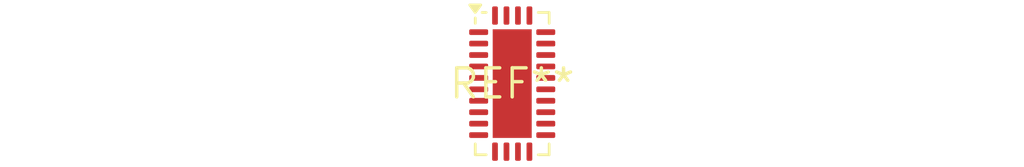
<source format=kicad_pcb>
(kicad_pcb (version 20240108) (generator pcbnew)
  (layers (0 "F.Cu" signal) (31 "B.Cu" signal) (34 "B.Paste" user) (35 "F.Paste" user) (36 "B.SilkS" user "B.Silkscreen") (37 "F.SilkS" user "F.Silkscreen") (38 "B.Mask" user) (39 "F.Mask" user) (44 "Edge.Cuts" user))
  (net 0 "")
  (footprint "QFN-28-1EP_3x6mm_P0.5mm_EP1.7x4.75mm" (layer "F.Cu") (at 0 0)
    (property "Reference" "REF**")
    (property "Value" "QFN-28-1EP_3x6mm_P0.5mm_EP1.7x4.75mm")
    (fp_line (start -1.61 -2.635) (end -1.61 -2.87) (layer "F.SilkS") (stroke (width 0.12)))
    (fp_line (start -1.61 3.11) (end -1.61 2.635) (layer "F.SilkS") (stroke (width 0.12)))
    (fp_line (start -1.135 -3.11) (end -1.31 -3.11) (layer "F.SilkS") (stroke (width 0.12)))
    (fp_line (start -1.135 3.11) (end -1.61 3.11) (layer "F.SilkS") (stroke (width 0.12)))
    (fp_line (start 1.135 -3.11) (end 1.61 -3.11) (layer "F.SilkS") (stroke (width 0.12)))
    (fp_line (start 1.135 3.11) (end 1.61 3.11) (layer "F.SilkS") (stroke (width 0.12)))
    (fp_line (start 1.61 -3.11) (end 1.61 -2.635) (layer "F.SilkS") (stroke (width 0.12)))
    (fp_line (start 1.61 3.11) (end 1.61 2.635) (layer "F.SilkS") (stroke (width 0.12)))
    (fp_poly (pts (xy -1.61 -3.11) (xy -1.85 -3.44) (xy -1.37 -3.44) (xy -1.61 -3.11)) (layer "F.SilkS") (stroke (width 0.12)) (fill solid))
    (pad "1" smd roundrect (at -1.4625 -2.25) (size 0.825 0.25) (layers "F.Cu" "F.Paste" "F.Mask"))
    (pad "2" smd roundrect (at -1.4625 -1.75) (size 0.825 0.25) (layers "F.Cu" "F.Paste" "F.Mask"))
    (pad "3" smd roundrect (at -1.4625 -1.25) (size 0.825 0.25) (layers "F.Cu" "F.Paste" "F.Mask"))
    (pad "4" smd roundrect (at -1.4625 -0.75) (size 0.825 0.25) (layers "F.Cu" "F.Paste" "F.Mask"))
    (pad "5" smd roundrect (at -1.4625 -0.25) (size 0.825 0.25) (layers "F.Cu" "F.Paste" "F.Mask"))
    (pad "6" smd roundrect (at -1.4625 0.25) (size 0.825 0.25) (layers "F.Cu" "F.Paste" "F.Mask"))
    (pad "7" smd roundrect (at -1.4625 0.75) (size 0.825 0.25) (layers "F.Cu" "F.Paste" "F.Mask"))
    (pad "8" smd roundrect (at -1.4625 1.25) (size 0.825 0.25) (layers "F.Cu" "F.Paste" "F.Mask"))
    (pad "9" smd roundrect (at -1.4625 1.75) (size 0.825 0.25) (layers "F.Cu" "F.Paste" "F.Mask"))
    (pad "10" smd roundrect (at -1.4625 2.25) (size 0.825 0.25) (layers "F.Cu" "F.Paste" "F.Mask"))
    (pad "11" smd roundrect (at -0.75 2.975) (size 0.25 0.8) (layers "F.Cu" "F.Paste" "F.Mask"))
    (pad "12" smd roundrect (at -0.25 2.975) (size 0.25 0.8) (layers "F.Cu" "F.Paste" "F.Mask"))
    (pad "13" smd roundrect (at 0.25 2.975) (size 0.25 0.8) (layers "F.Cu" "F.Paste" "F.Mask"))
    (pad "14" smd roundrect (at 0.75 2.975) (size 0.25 0.8) (layers "F.Cu" "F.Paste" "F.Mask"))
    (pad "15" smd roundrect (at 1.4625 2.25) (size 0.825 0.25) (layers "F.Cu" "F.Paste" "F.Mask"))
    (pad "16" smd roundrect (at 1.4625 1.75) (size 0.825 0.25) (layers "F.Cu" "F.Paste" "F.Mask"))
    (pad "17" smd roundrect (at 1.4625 1.25) (size 0.825 0.25) (layers "F.Cu" "F.Paste" "F.Mask"))
    (pad "18" smd roundrect (at 1.4625 0.75) (size 0.825 0.25) (layers "F.Cu" "F.Paste" "F.Mask"))
    (pad "19" smd roundrect (at 1.4625 0.25) (size 0.825 0.25) (layers "F.Cu" "F.Paste" "F.Mask"))
    (pad "20" smd roundrect (at 1.4625 -0.25) (size 0.825 0.25) (layers "F.Cu" "F.Paste" "F.Mask"))
    (pad "21" smd roundrect (at 1.4625 -0.75) (size 0.825 0.25) (layers "F.Cu" "F.Paste" "F.Mask"))
    (pad "22" smd roundrect (at 1.4625 -1.25) (size 0.825 0.25) (layers "F.Cu" "F.Paste" "F.Mask"))
    (pad "23" smd roundrect (at 1.4625 -1.75) (size 0.825 0.25) (layers "F.Cu" "F.Paste" "F.Mask"))
    (pad "24" smd roundrect (at 1.4625 -2.25) (size 0.825 0.25) (layers "F.Cu" "F.Paste" "F.Mask"))
    (pad "25" smd roundrect (at 0.75 -2.975) (size 0.25 0.8) (layers "F.Cu" "F.Paste" "F.Mask"))
    (pad "26" smd roundrect (at 0.25 -2.975) (size 0.25 0.8) (layers "F.Cu" "F.Paste" "F.Mask"))
    (pad "27" smd roundrect (at -0.25 -2.975) (size 0.25 0.8) (layers "F.Cu" "F.Paste" "F.Mask"))
    (pad "28" smd roundrect (at -0.75 -2.975) (size 0.25 0.8) (layers "F.Cu" "F.Paste" "F.Mask"))
    (pad "29" smd rect (at 0 0) (size 1.7 4.75) (property pad_prop_heatsink) (layers "F.Cu" "F.Mask"))
  )
)
</source>
